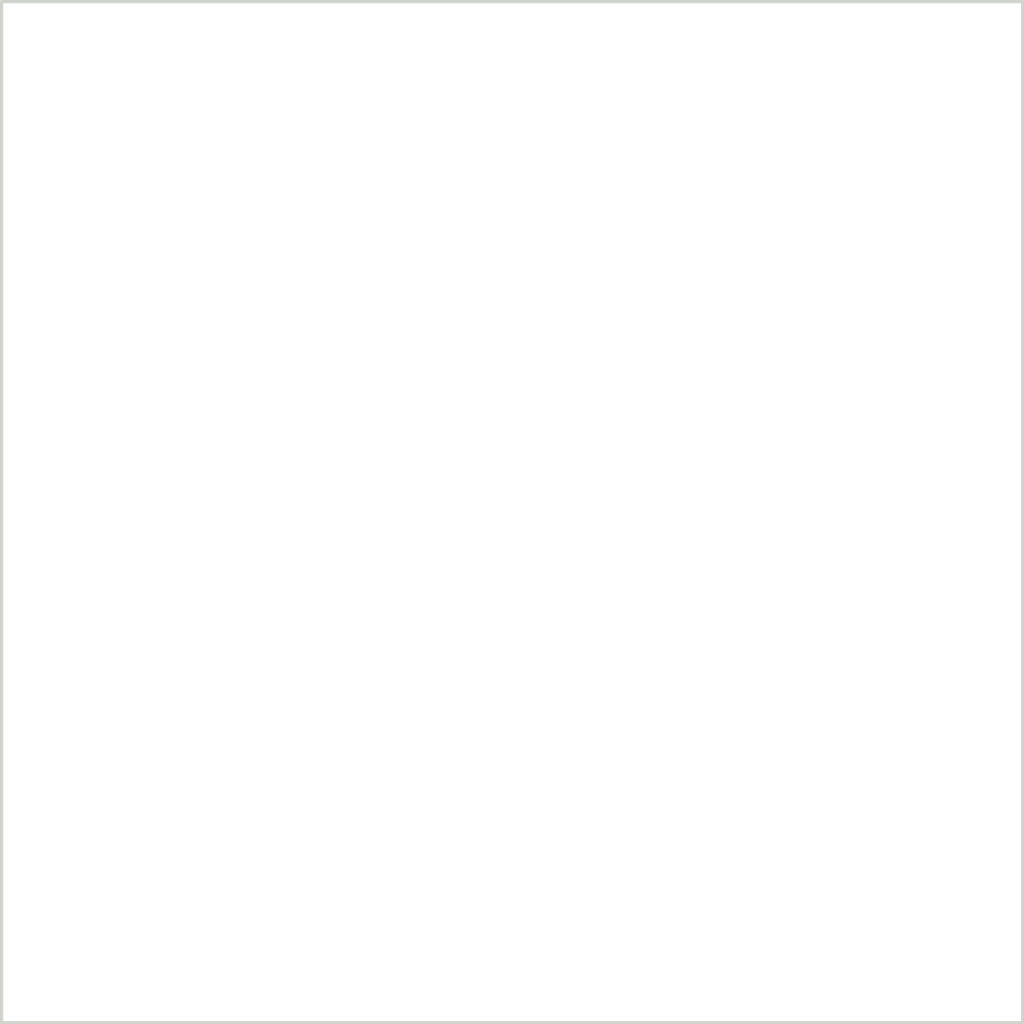
<source format=kicad_pcb>
(kicad_pcb
	(version 20240225)
	(generator "pcbnew")
	(generator_version "8.99")
	(general
		(thickness 0.8)
		(legacy_teardrops no)
	)
	(paper "A4")
	(layers
		(0 "F.Cu" signal)
		(31 "B.Cu" signal)
		(32 "B.Adhes" user "B.Adhesive")
		(33 "F.Adhes" user "F.Adhesive")
		(34 "B.Paste" user)
		(35 "F.Paste" user)
		(36 "B.SilkS" user "B.Silkscreen")
		(37 "F.SilkS" user "F.Silkscreen")
		(38 "B.Mask" user)
		(39 "F.Mask" user)
		(40 "Dwgs.User" user "User.Drawings")
		(41 "Cmts.User" user "User.Comments")
		(42 "Eco1.User" user "User.Eco1")
		(43 "Eco2.User" user "User.Eco2")
		(44 "Edge.Cuts" user)
		(45 "Margin" user)
		(46 "B.CrtYd" user "B.Courtyard")
		(47 "F.CrtYd" user "F.Courtyard")
		(48 "B.Fab" user)
		(49 "F.Fab" user)
		(50 "User.1" user)
		(51 "User.2" user)
		(52 "User.3" user)
		(53 "User.4" user)
		(54 "User.5" user)
		(55 "User.6" user)
		(56 "User.7" user)
		(57 "User.8" user)
		(58 "User.9" user)
	)
	(setup
		(stackup
			(layer "F.SilkS"
				(type "Top Silk Screen")
			)
			(layer "F.Paste"
				(type "Top Solder Paste")
			)
			(layer "F.Mask"
				(type "Top Solder Mask")
				(thickness 0.01)
			)
			(layer "F.Cu"
				(type "copper")
				(thickness 0.035)
			)
			(layer "dielectric 1"
				(type "core")
				(thickness 0.71)
				(material "FR4")
				(epsilon_r 4.5)
				(loss_tangent 0.02)
			)
			(layer "B.Cu"
				(type "copper")
				(thickness 0.035)
			)
			(layer "B.Mask"
				(type "Bottom Solder Mask")
				(thickness 0.01)
			)
			(layer "B.Paste"
				(type "Bottom Solder Paste")
			)
			(layer "B.SilkS"
				(type "Bottom Silk Screen")
			)
			(copper_finish "None")
			(dielectric_constraints no)
		)
		(pad_to_mask_clearance 0)
		(allow_soldermask_bridges_in_footprints no)
		(pcbplotparams
			(layerselection 0x00010c0_ffffffff)
			(plot_on_all_layers_selection 0x0000000_00000000)
			(disableapertmacros no)
			(usegerberextensions no)
			(usegerberattributes yes)
			(usegerberadvancedattributes yes)
			(creategerberjobfile yes)
			(dashed_line_dash_ratio 12.000000)
			(dashed_line_gap_ratio 3.000000)
			(svgprecision 4)
			(plotframeref no)
			(viasonmask no)
			(mode 1)
			(useauxorigin no)
			(hpglpennumber 1)
			(hpglpenspeed 20)
			(hpglpendiameter 15.000000)
			(pdf_front_fp_property_popups yes)
			(pdf_back_fp_property_popups yes)
			(dxfpolygonmode yes)
			(dxfimperialunits yes)
			(dxfusepcbnewfont yes)
			(psnegative no)
			(psa4output no)
			(plotreference no)
			(plotvalue no)
			(plotfptext no)
			(plotinvisibletext no)
			(sketchpadsonfab no)
			(subtractmaskfromsilk no)
			(outputformat 1)
			(mirror no)
			(drillshape 0)
			(scaleselection 1)
			(outputdirectory "G:/thundervolt/KiCad/jig2/gerbers/")
		)
	)
	(net 0 "")
	(gr_line
		(start 135 90)
		(end 119.5 90)
		(stroke
			(width 0.05)
			(type default)
		)
		(layer "Edge.Cuts")
		(uuid "0f8fd03e-b5a3-4db4-87e6-87bd7ff51a7f")
	)
	(gr_line
		(start 119.5 90)
		(end 119.5 74.5)
		(stroke
			(width 0.05)
			(type default)
		)
		(layer "Edge.Cuts")
		(uuid "2f23bbd8-c2c7-4fa4-82be-6075b7add1b1")
	)
	(gr_line
		(start 119.5 74.5)
		(end 135 74.5)
		(stroke
			(width 0.05)
			(type default)
		)
		(layer "Edge.Cuts")
		(uuid "72517b8b-d411-414d-bcdd-0d7795f76ebf")
	)
	(gr_line
		(start 135 74.5)
		(end 135 90)
		(stroke
			(width 0.05)
			(type default)
		)
		(layer "Edge.Cuts")
		(uuid "d023f731-99bd-4e1f-83dd-e58c840507e9")
	)
)
</source>
